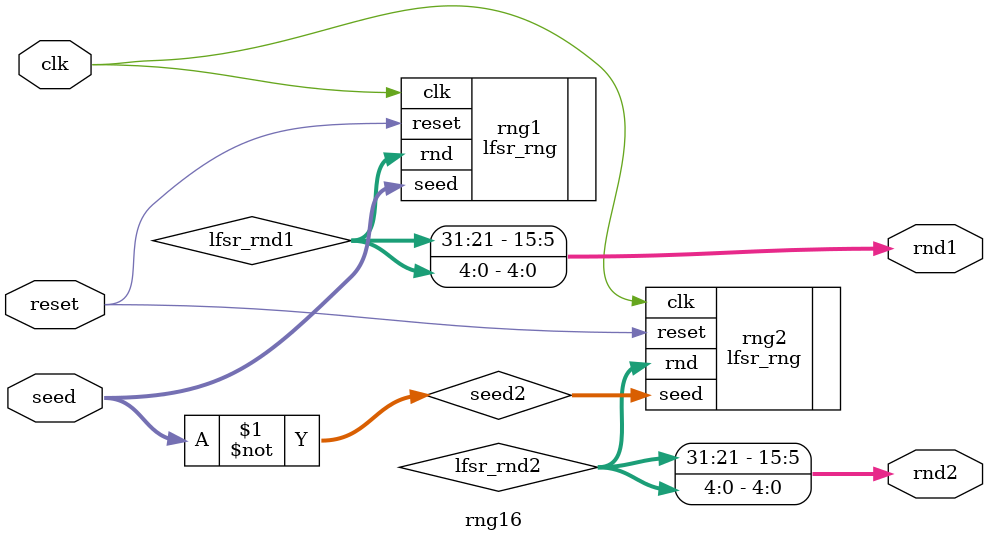
<source format=sv>
module rng16 (
    output logic [15:0] rnd1,
    output logic [15:0] rnd2,
    input  logic [31:0] seed,
    input  logic reset,
    input  logic clk
);

    wire [31:0] seed2;
    wire [31:0] lfsr_rnd1;
    wire [31:0] lfsr_rnd2;

    assign seed2 = ~seed;

    assign rnd1 = {lfsr_rnd1[31:21], lfsr_rnd1[4:0]};
    assign rnd2 = {lfsr_rnd2[31:21], lfsr_rnd2[4:0]};

    lfsr_rng rng1 (
        .rnd   (lfsr_rnd1),
        .seed  (seed),
        .reset (reset),
        .clk   (clk)
    );

    lfsr_rng rng2 (
        .rnd   (lfsr_rnd2),
        .seed  (seed2),
        .reset (reset),
        .clk   (clk)
    );
endmodule

</source>
